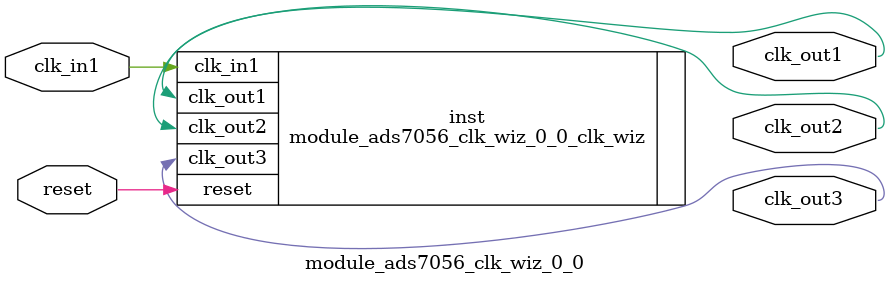
<source format=v>


`timescale 1ps/1ps

(* CORE_GENERATION_INFO = "module_ads7056_clk_wiz_0_0,clk_wiz_v5_4_1_0,{component_name=module_ads7056_clk_wiz_0_0,use_phase_alignment=true,use_min_o_jitter=false,use_max_i_jitter=false,use_dyn_phase_shift=false,use_inclk_switchover=false,use_dyn_reconfig=false,enable_axi=0,feedback_source=FDBK_AUTO,PRIMITIVE=MMCM,num_out_clk=3,clkin1_period=10.000,clkin2_period=10.000,use_power_down=false,use_reset=true,use_locked=false,use_inclk_stopped=false,feedback_type=SINGLE,CLOCK_MGR_TYPE=NA,manual_override=false}" *)

module module_ads7056_clk_wiz_0_0 
 (
  // Clock out ports
  output        clk_out1,
  output        clk_out2,
  output        clk_out3,
  // Status and control signals
  input         reset,
 // Clock in ports
  input         clk_in1
 );

  module_ads7056_clk_wiz_0_0_clk_wiz inst
  (
  // Clock out ports  
  .clk_out1(clk_out1),
  .clk_out2(clk_out2),
  .clk_out3(clk_out3),
  // Status and control signals               
  .reset(reset), 
 // Clock in ports
  .clk_in1(clk_in1)
  );

endmodule

</source>
